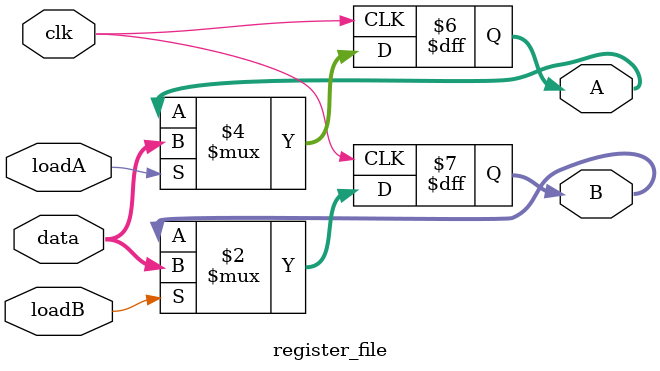
<source format=v>
module register_file(
    input clk, loadA, loadB,
    input [3:0] data,
    output reg [3:0] A, B
);
always @(posedge clk) begin
    if(loadA) A <= data;
    if(loadB) B <= data;
end
endmodule

</source>
